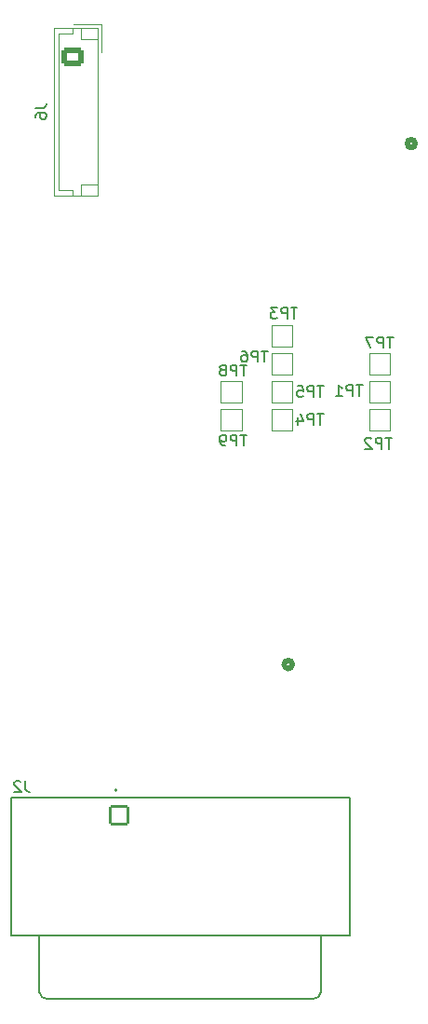
<source format=gbo>
%TF.GenerationSoftware,KiCad,Pcbnew,8.0.5*%
%TF.CreationDate,2024-11-16T16:01:40-06:00*%
%TF.ProjectId,ControllerPCB,436f6e74-726f-46c6-9c65-725043422e6b,rev?*%
%TF.SameCoordinates,Original*%
%TF.FileFunction,Legend,Bot*%
%TF.FilePolarity,Positive*%
%FSLAX46Y46*%
G04 Gerber Fmt 4.6, Leading zero omitted, Abs format (unit mm)*
G04 Created by KiCad (PCBNEW 8.0.5) date 2024-11-16 16:01:40*
%MOMM*%
%LPD*%
G01*
G04 APERTURE LIST*
G04 Aperture macros list*
%AMRoundRect*
0 Rectangle with rounded corners*
0 $1 Rounding radius*
0 $2 $3 $4 $5 $6 $7 $8 $9 X,Y pos of 4 corners*
0 Add a 4 corners polygon primitive as box body*
4,1,4,$2,$3,$4,$5,$6,$7,$8,$9,$2,$3,0*
0 Add four circle primitives for the rounded corners*
1,1,$1+$1,$2,$3*
1,1,$1+$1,$4,$5*
1,1,$1+$1,$6,$7*
1,1,$1+$1,$8,$9*
0 Add four rect primitives between the rounded corners*
20,1,$1+$1,$2,$3,$4,$5,0*
20,1,$1+$1,$4,$5,$6,$7,0*
20,1,$1+$1,$6,$7,$8,$9,0*
20,1,$1+$1,$8,$9,$2,$3,0*%
G04 Aperture macros list end*
%ADD10C,0.150000*%
%ADD11C,0.120000*%
%ADD12C,0.508000*%
%ADD13C,0.200000*%
%ADD14C,0.127000*%
%ADD15O,1.000000X1.900000*%
%ADD16O,1.050000X1.250000*%
%ADD17R,1.500000X1.500000*%
%ADD18R,1.700000X1.700000*%
%ADD19O,1.700000X1.700000*%
%ADD20C,1.651000*%
%ADD21C,3.200000*%
%ADD22C,0.600000*%
%ADD23C,4.270000*%
%ADD24C,1.779000*%
%ADD25RoundRect,0.102000X0.787500X0.787500X-0.787500X0.787500X-0.787500X-0.787500X0.787500X-0.787500X0*%
%ADD26RoundRect,0.250000X-0.725000X0.600000X-0.725000X-0.600000X0.725000X-0.600000X0.725000X0.600000X0*%
%ADD27O,1.950000X1.700000*%
%ADD28R,2.100000X2.100000*%
%ADD29C,2.100000*%
G04 APERTURE END LIST*
D10*
X70968143Y-87235856D02*
X70396715Y-87235856D01*
X70682429Y-88235856D02*
X70682429Y-87235856D01*
X70063381Y-88235856D02*
X70063381Y-87235856D01*
X70063381Y-87235856D02*
X69682429Y-87235856D01*
X69682429Y-87235856D02*
X69587191Y-87283475D01*
X69587191Y-87283475D02*
X69539572Y-87331094D01*
X69539572Y-87331094D02*
X69491953Y-87426332D01*
X69491953Y-87426332D02*
X69491953Y-87569189D01*
X69491953Y-87569189D02*
X69539572Y-87664427D01*
X69539572Y-87664427D02*
X69587191Y-87712046D01*
X69587191Y-87712046D02*
X69682429Y-87759665D01*
X69682429Y-87759665D02*
X70063381Y-87759665D01*
X69015762Y-88235856D02*
X68825286Y-88235856D01*
X68825286Y-88235856D02*
X68730048Y-88188237D01*
X68730048Y-88188237D02*
X68682429Y-88140617D01*
X68682429Y-88140617D02*
X68587191Y-87997760D01*
X68587191Y-87997760D02*
X68539572Y-87807284D01*
X68539572Y-87807284D02*
X68539572Y-87426332D01*
X68539572Y-87426332D02*
X68587191Y-87331094D01*
X68587191Y-87331094D02*
X68634810Y-87283475D01*
X68634810Y-87283475D02*
X68730048Y-87235856D01*
X68730048Y-87235856D02*
X68920524Y-87235856D01*
X68920524Y-87235856D02*
X69015762Y-87283475D01*
X69015762Y-87283475D02*
X69063381Y-87331094D01*
X69063381Y-87331094D02*
X69111000Y-87426332D01*
X69111000Y-87426332D02*
X69111000Y-87664427D01*
X69111000Y-87664427D02*
X69063381Y-87759665D01*
X69063381Y-87759665D02*
X69015762Y-87807284D01*
X69015762Y-87807284D02*
X68920524Y-87854903D01*
X68920524Y-87854903D02*
X68730048Y-87854903D01*
X68730048Y-87854903D02*
X68634810Y-87807284D01*
X68634810Y-87807284D02*
X68587191Y-87759665D01*
X68587191Y-87759665D02*
X68539572Y-87664427D01*
X70968143Y-80885856D02*
X70396715Y-80885856D01*
X70682429Y-81885856D02*
X70682429Y-80885856D01*
X70063381Y-81885856D02*
X70063381Y-80885856D01*
X70063381Y-80885856D02*
X69682429Y-80885856D01*
X69682429Y-80885856D02*
X69587191Y-80933475D01*
X69587191Y-80933475D02*
X69539572Y-80981094D01*
X69539572Y-80981094D02*
X69491953Y-81076332D01*
X69491953Y-81076332D02*
X69491953Y-81219189D01*
X69491953Y-81219189D02*
X69539572Y-81314427D01*
X69539572Y-81314427D02*
X69587191Y-81362046D01*
X69587191Y-81362046D02*
X69682429Y-81409665D01*
X69682429Y-81409665D02*
X70063381Y-81409665D01*
X68920524Y-81314427D02*
X69015762Y-81266808D01*
X69015762Y-81266808D02*
X69063381Y-81219189D01*
X69063381Y-81219189D02*
X69111000Y-81123951D01*
X69111000Y-81123951D02*
X69111000Y-81076332D01*
X69111000Y-81076332D02*
X69063381Y-80981094D01*
X69063381Y-80981094D02*
X69015762Y-80933475D01*
X69015762Y-80933475D02*
X68920524Y-80885856D01*
X68920524Y-80885856D02*
X68730048Y-80885856D01*
X68730048Y-80885856D02*
X68634810Y-80933475D01*
X68634810Y-80933475D02*
X68587191Y-80981094D01*
X68587191Y-80981094D02*
X68539572Y-81076332D01*
X68539572Y-81076332D02*
X68539572Y-81123951D01*
X68539572Y-81123951D02*
X68587191Y-81219189D01*
X68587191Y-81219189D02*
X68634810Y-81266808D01*
X68634810Y-81266808D02*
X68730048Y-81314427D01*
X68730048Y-81314427D02*
X68920524Y-81314427D01*
X68920524Y-81314427D02*
X69015762Y-81362046D01*
X69015762Y-81362046D02*
X69063381Y-81409665D01*
X69063381Y-81409665D02*
X69111000Y-81504903D01*
X69111000Y-81504903D02*
X69111000Y-81695379D01*
X69111000Y-81695379D02*
X69063381Y-81790617D01*
X69063381Y-81790617D02*
X69015762Y-81838237D01*
X69015762Y-81838237D02*
X68920524Y-81885856D01*
X68920524Y-81885856D02*
X68730048Y-81885856D01*
X68730048Y-81885856D02*
X68634810Y-81838237D01*
X68634810Y-81838237D02*
X68587191Y-81790617D01*
X68587191Y-81790617D02*
X68539572Y-81695379D01*
X68539572Y-81695379D02*
X68539572Y-81504903D01*
X68539572Y-81504903D02*
X68587191Y-81409665D01*
X68587191Y-81409665D02*
X68634810Y-81362046D01*
X68634810Y-81362046D02*
X68730048Y-81314427D01*
X84303143Y-78345856D02*
X83731715Y-78345856D01*
X84017429Y-79345856D02*
X84017429Y-78345856D01*
X83398381Y-79345856D02*
X83398381Y-78345856D01*
X83398381Y-78345856D02*
X83017429Y-78345856D01*
X83017429Y-78345856D02*
X82922191Y-78393475D01*
X82922191Y-78393475D02*
X82874572Y-78441094D01*
X82874572Y-78441094D02*
X82826953Y-78536332D01*
X82826953Y-78536332D02*
X82826953Y-78679189D01*
X82826953Y-78679189D02*
X82874572Y-78774427D01*
X82874572Y-78774427D02*
X82922191Y-78822046D01*
X82922191Y-78822046D02*
X83017429Y-78869665D01*
X83017429Y-78869665D02*
X83398381Y-78869665D01*
X82493619Y-78345856D02*
X81826953Y-78345856D01*
X81826953Y-78345856D02*
X82255524Y-79345856D01*
X72873143Y-79615856D02*
X72301715Y-79615856D01*
X72587429Y-80615856D02*
X72587429Y-79615856D01*
X71968381Y-80615856D02*
X71968381Y-79615856D01*
X71968381Y-79615856D02*
X71587429Y-79615856D01*
X71587429Y-79615856D02*
X71492191Y-79663475D01*
X71492191Y-79663475D02*
X71444572Y-79711094D01*
X71444572Y-79711094D02*
X71396953Y-79806332D01*
X71396953Y-79806332D02*
X71396953Y-79949189D01*
X71396953Y-79949189D02*
X71444572Y-80044427D01*
X71444572Y-80044427D02*
X71492191Y-80092046D01*
X71492191Y-80092046D02*
X71587429Y-80139665D01*
X71587429Y-80139665D02*
X71968381Y-80139665D01*
X70539810Y-79615856D02*
X70730286Y-79615856D01*
X70730286Y-79615856D02*
X70825524Y-79663475D01*
X70825524Y-79663475D02*
X70873143Y-79711094D01*
X70873143Y-79711094D02*
X70968381Y-79853951D01*
X70968381Y-79853951D02*
X71016000Y-80044427D01*
X71016000Y-80044427D02*
X71016000Y-80425379D01*
X71016000Y-80425379D02*
X70968381Y-80520617D01*
X70968381Y-80520617D02*
X70920762Y-80568237D01*
X70920762Y-80568237D02*
X70825524Y-80615856D01*
X70825524Y-80615856D02*
X70635048Y-80615856D01*
X70635048Y-80615856D02*
X70539810Y-80568237D01*
X70539810Y-80568237D02*
X70492191Y-80520617D01*
X70492191Y-80520617D02*
X70444572Y-80425379D01*
X70444572Y-80425379D02*
X70444572Y-80187284D01*
X70444572Y-80187284D02*
X70492191Y-80092046D01*
X70492191Y-80092046D02*
X70539810Y-80044427D01*
X70539810Y-80044427D02*
X70635048Y-79996808D01*
X70635048Y-79996808D02*
X70825524Y-79996808D01*
X70825524Y-79996808D02*
X70920762Y-80044427D01*
X70920762Y-80044427D02*
X70968381Y-80092046D01*
X70968381Y-80092046D02*
X71016000Y-80187284D01*
X77953143Y-82790856D02*
X77381715Y-82790856D01*
X77667429Y-83790856D02*
X77667429Y-82790856D01*
X77048381Y-83790856D02*
X77048381Y-82790856D01*
X77048381Y-82790856D02*
X76667429Y-82790856D01*
X76667429Y-82790856D02*
X76572191Y-82838475D01*
X76572191Y-82838475D02*
X76524572Y-82886094D01*
X76524572Y-82886094D02*
X76476953Y-82981332D01*
X76476953Y-82981332D02*
X76476953Y-83124189D01*
X76476953Y-83124189D02*
X76524572Y-83219427D01*
X76524572Y-83219427D02*
X76572191Y-83267046D01*
X76572191Y-83267046D02*
X76667429Y-83314665D01*
X76667429Y-83314665D02*
X77048381Y-83314665D01*
X75572191Y-82790856D02*
X76048381Y-82790856D01*
X76048381Y-82790856D02*
X76096000Y-83267046D01*
X76096000Y-83267046D02*
X76048381Y-83219427D01*
X76048381Y-83219427D02*
X75953143Y-83171808D01*
X75953143Y-83171808D02*
X75715048Y-83171808D01*
X75715048Y-83171808D02*
X75619810Y-83219427D01*
X75619810Y-83219427D02*
X75572191Y-83267046D01*
X75572191Y-83267046D02*
X75524572Y-83362284D01*
X75524572Y-83362284D02*
X75524572Y-83600379D01*
X75524572Y-83600379D02*
X75572191Y-83695617D01*
X75572191Y-83695617D02*
X75619810Y-83743237D01*
X75619810Y-83743237D02*
X75715048Y-83790856D01*
X75715048Y-83790856D02*
X75953143Y-83790856D01*
X75953143Y-83790856D02*
X76048381Y-83743237D01*
X76048381Y-83743237D02*
X76096000Y-83695617D01*
X77953143Y-85330856D02*
X77381715Y-85330856D01*
X77667429Y-86330856D02*
X77667429Y-85330856D01*
X77048381Y-86330856D02*
X77048381Y-85330856D01*
X77048381Y-85330856D02*
X76667429Y-85330856D01*
X76667429Y-85330856D02*
X76572191Y-85378475D01*
X76572191Y-85378475D02*
X76524572Y-85426094D01*
X76524572Y-85426094D02*
X76476953Y-85521332D01*
X76476953Y-85521332D02*
X76476953Y-85664189D01*
X76476953Y-85664189D02*
X76524572Y-85759427D01*
X76524572Y-85759427D02*
X76572191Y-85807046D01*
X76572191Y-85807046D02*
X76667429Y-85854665D01*
X76667429Y-85854665D02*
X77048381Y-85854665D01*
X75619810Y-85664189D02*
X75619810Y-86330856D01*
X75857905Y-85283237D02*
X76096000Y-85997522D01*
X76096000Y-85997522D02*
X75476953Y-85997522D01*
X84159499Y-87495133D02*
X83588071Y-87495133D01*
X83873785Y-88495133D02*
X83873785Y-87495133D01*
X83254737Y-88495133D02*
X83254737Y-87495133D01*
X83254737Y-87495133D02*
X82873785Y-87495133D01*
X82873785Y-87495133D02*
X82778547Y-87542752D01*
X82778547Y-87542752D02*
X82730928Y-87590371D01*
X82730928Y-87590371D02*
X82683309Y-87685609D01*
X82683309Y-87685609D02*
X82683309Y-87828466D01*
X82683309Y-87828466D02*
X82730928Y-87923704D01*
X82730928Y-87923704D02*
X82778547Y-87971323D01*
X82778547Y-87971323D02*
X82873785Y-88018942D01*
X82873785Y-88018942D02*
X83254737Y-88018942D01*
X82302356Y-87590371D02*
X82254737Y-87542752D01*
X82254737Y-87542752D02*
X82159499Y-87495133D01*
X82159499Y-87495133D02*
X81921404Y-87495133D01*
X81921404Y-87495133D02*
X81826166Y-87542752D01*
X81826166Y-87542752D02*
X81778547Y-87590371D01*
X81778547Y-87590371D02*
X81730928Y-87685609D01*
X81730928Y-87685609D02*
X81730928Y-87780847D01*
X81730928Y-87780847D02*
X81778547Y-87923704D01*
X81778547Y-87923704D02*
X82349975Y-88495133D01*
X82349975Y-88495133D02*
X81730928Y-88495133D01*
X81502426Y-82706562D02*
X80930998Y-82706562D01*
X81216712Y-83706562D02*
X81216712Y-82706562D01*
X80597664Y-83706562D02*
X80597664Y-82706562D01*
X80597664Y-82706562D02*
X80216712Y-82706562D01*
X80216712Y-82706562D02*
X80121474Y-82754181D01*
X80121474Y-82754181D02*
X80073855Y-82801800D01*
X80073855Y-82801800D02*
X80026236Y-82897038D01*
X80026236Y-82897038D02*
X80026236Y-83039895D01*
X80026236Y-83039895D02*
X80073855Y-83135133D01*
X80073855Y-83135133D02*
X80121474Y-83182752D01*
X80121474Y-83182752D02*
X80216712Y-83230371D01*
X80216712Y-83230371D02*
X80597664Y-83230371D01*
X79073855Y-83706562D02*
X79645283Y-83706562D01*
X79359569Y-83706562D02*
X79359569Y-82706562D01*
X79359569Y-82706562D02*
X79454807Y-82849419D01*
X79454807Y-82849419D02*
X79550045Y-82944657D01*
X79550045Y-82944657D02*
X79645283Y-82992276D01*
X50819572Y-118685856D02*
X50819572Y-119400141D01*
X50819572Y-119400141D02*
X50867191Y-119542998D01*
X50867191Y-119542998D02*
X50962429Y-119638237D01*
X50962429Y-119638237D02*
X51105286Y-119685856D01*
X51105286Y-119685856D02*
X51200524Y-119685856D01*
X50391000Y-118781094D02*
X50343381Y-118733475D01*
X50343381Y-118733475D02*
X50248143Y-118685856D01*
X50248143Y-118685856D02*
X50010048Y-118685856D01*
X50010048Y-118685856D02*
X49914810Y-118733475D01*
X49914810Y-118733475D02*
X49867191Y-118781094D01*
X49867191Y-118781094D02*
X49819572Y-118876332D01*
X49819572Y-118876332D02*
X49819572Y-118971570D01*
X49819572Y-118971570D02*
X49867191Y-119114427D01*
X49867191Y-119114427D02*
X50438619Y-119685856D01*
X50438619Y-119685856D02*
X49819572Y-119685856D01*
X51756058Y-57522703D02*
X52470343Y-57522703D01*
X52470343Y-57522703D02*
X52613200Y-57475084D01*
X52613200Y-57475084D02*
X52708439Y-57379846D01*
X52708439Y-57379846D02*
X52756058Y-57236989D01*
X52756058Y-57236989D02*
X52756058Y-57141751D01*
X51756058Y-58427465D02*
X51756058Y-58236989D01*
X51756058Y-58236989D02*
X51803677Y-58141751D01*
X51803677Y-58141751D02*
X51851296Y-58094132D01*
X51851296Y-58094132D02*
X51994153Y-57998894D01*
X51994153Y-57998894D02*
X52184629Y-57951275D01*
X52184629Y-57951275D02*
X52565581Y-57951275D01*
X52565581Y-57951275D02*
X52660819Y-57998894D01*
X52660819Y-57998894D02*
X52708439Y-58046513D01*
X52708439Y-58046513D02*
X52756058Y-58141751D01*
X52756058Y-58141751D02*
X52756058Y-58332227D01*
X52756058Y-58332227D02*
X52708439Y-58427465D01*
X52708439Y-58427465D02*
X52660819Y-58475084D01*
X52660819Y-58475084D02*
X52565581Y-58522703D01*
X52565581Y-58522703D02*
X52327486Y-58522703D01*
X52327486Y-58522703D02*
X52232248Y-58475084D01*
X52232248Y-58475084D02*
X52184629Y-58427465D01*
X52184629Y-58427465D02*
X52137010Y-58332227D01*
X52137010Y-58332227D02*
X52137010Y-58141751D01*
X52137010Y-58141751D02*
X52184629Y-58046513D01*
X52184629Y-58046513D02*
X52232248Y-57998894D01*
X52232248Y-57998894D02*
X52327486Y-57951275D01*
X75567181Y-75681585D02*
X74995753Y-75681585D01*
X75281467Y-76681585D02*
X75281467Y-75681585D01*
X74662419Y-76681585D02*
X74662419Y-75681585D01*
X74662419Y-75681585D02*
X74281467Y-75681585D01*
X74281467Y-75681585D02*
X74186229Y-75729204D01*
X74186229Y-75729204D02*
X74138610Y-75776823D01*
X74138610Y-75776823D02*
X74090991Y-75872061D01*
X74090991Y-75872061D02*
X74090991Y-76014918D01*
X74090991Y-76014918D02*
X74138610Y-76110156D01*
X74138610Y-76110156D02*
X74186229Y-76157775D01*
X74186229Y-76157775D02*
X74281467Y-76205394D01*
X74281467Y-76205394D02*
X74662419Y-76205394D01*
X73757657Y-75681585D02*
X73138610Y-75681585D01*
X73138610Y-75681585D02*
X73471943Y-76062537D01*
X73471943Y-76062537D02*
X73329086Y-76062537D01*
X73329086Y-76062537D02*
X73233848Y-76110156D01*
X73233848Y-76110156D02*
X73186229Y-76157775D01*
X73186229Y-76157775D02*
X73138610Y-76253013D01*
X73138610Y-76253013D02*
X73138610Y-76491108D01*
X73138610Y-76491108D02*
X73186229Y-76586346D01*
X73186229Y-76586346D02*
X73233848Y-76633966D01*
X73233848Y-76633966D02*
X73329086Y-76681585D01*
X73329086Y-76681585D02*
X73614800Y-76681585D01*
X73614800Y-76681585D02*
X73710038Y-76633966D01*
X73710038Y-76633966D02*
X73757657Y-76586346D01*
D11*
X70501239Y-84926037D02*
X70501239Y-86826037D01*
X70501239Y-86826037D02*
X68601239Y-86826037D01*
X68601239Y-84926037D02*
X70501239Y-84926037D01*
X68601239Y-86826037D02*
X68601239Y-84926037D01*
X70501239Y-82386037D02*
X70501239Y-84286037D01*
X70501239Y-84286037D02*
X68601239Y-84286037D01*
X68601239Y-82386037D02*
X70501239Y-82386037D01*
X68601239Y-84286037D02*
X68601239Y-82386037D01*
X83991239Y-79846037D02*
X83991239Y-81746037D01*
X83991239Y-81746037D02*
X82091239Y-81746037D01*
X82091239Y-79846037D02*
X83991239Y-79846037D01*
X82091239Y-81746037D02*
X82091239Y-79846037D01*
X73201239Y-81746037D02*
X73201239Y-79846037D01*
X73201239Y-79846037D02*
X75101239Y-79846037D01*
X75101239Y-81746037D02*
X73201239Y-81746037D01*
X75101239Y-79846037D02*
X75101239Y-81746037D01*
X75101239Y-82386037D02*
X75101239Y-84286037D01*
X75101239Y-84286037D02*
X73201239Y-84286037D01*
X73201239Y-82386037D02*
X75101239Y-82386037D01*
X73201239Y-84286037D02*
X73201239Y-82386037D01*
X75101239Y-84926037D02*
X75101239Y-86826037D01*
X75101239Y-86826037D02*
X73201239Y-86826037D01*
X73201239Y-84926037D02*
X75101239Y-84926037D01*
X73201239Y-86826037D02*
X73201239Y-84926037D01*
X82091239Y-86826037D02*
X82091239Y-84926037D01*
X82091239Y-84926037D02*
X83991239Y-84926037D01*
X83991239Y-86826037D02*
X82091239Y-86826037D01*
X83991239Y-84926037D02*
X83991239Y-86826037D01*
D12*
X86321339Y-60773237D02*
G75*
G02*
X85559339Y-60773237I-381000J0D01*
G01*
X85559339Y-60773237D02*
G75*
G02*
X86321339Y-60773237I381000J0D01*
G01*
D11*
X82091239Y-84286037D02*
X82091239Y-82386037D01*
X82091239Y-82386037D02*
X83991239Y-82386037D01*
X83991239Y-84286037D02*
X82091239Y-84286037D01*
X83991239Y-82386037D02*
X83991239Y-84286037D01*
D12*
X75131339Y-108101037D02*
G75*
G02*
X74369339Y-108101037I-381000J0D01*
G01*
X74369339Y-108101037D02*
G75*
G02*
X75131339Y-108101037I381000J0D01*
G01*
D13*
X59176239Y-119521037D02*
G75*
G02*
X58976239Y-119521037I-100000J0D01*
G01*
X58976239Y-119521037D02*
G75*
G02*
X59176239Y-119521037I100000J0D01*
G01*
D14*
X52816239Y-138491037D02*
G75*
G02*
X52116239Y-137871037I-40000J660000D01*
G01*
X77716239Y-137871037D02*
G75*
G02*
X77016239Y-138491037I-660000J40000D01*
G01*
X49511239Y-120191037D02*
X49511239Y-132691037D01*
X80321239Y-120191037D02*
X49511239Y-120191037D01*
X52116239Y-132771037D02*
X52116239Y-137871037D01*
X52816239Y-138491037D02*
X77016239Y-138491037D01*
X77716239Y-137871037D02*
X77716239Y-132771037D01*
X49511239Y-132691037D02*
X80321239Y-132691037D01*
X80321239Y-132691037D02*
X80321239Y-120191037D01*
D11*
X57711239Y-49946037D02*
X55211239Y-49946037D01*
X57711239Y-52446037D02*
X57711239Y-49946037D01*
X57411239Y-50246037D02*
X53391239Y-50246037D01*
X55101239Y-50746037D02*
X55101239Y-50246037D01*
X55911239Y-51246037D02*
X55911239Y-50246037D01*
X57411239Y-65466037D02*
X57411239Y-50246037D01*
X53891239Y-64966037D02*
X53891239Y-50746037D01*
X53891239Y-50746037D02*
X55101239Y-50746037D01*
X57411239Y-51246037D02*
X55911239Y-51246037D01*
X57411239Y-64466037D02*
X55911239Y-64466037D01*
X55101239Y-64966037D02*
X53891239Y-64966037D01*
X55101239Y-65466037D02*
X55101239Y-64966037D01*
X53391239Y-50246037D02*
X53391239Y-65466037D01*
X55911239Y-64466037D02*
X55911239Y-65466037D01*
X53391239Y-65466037D02*
X57411239Y-65466037D01*
X75101239Y-77306037D02*
X75101239Y-79206037D01*
X75101239Y-79206037D02*
X73201239Y-79206037D01*
X73201239Y-77306037D02*
X75101239Y-77306037D01*
X73201239Y-79206037D02*
X73201239Y-77306037D01*
%LPC*%
D15*
X36226643Y-129842442D03*
D16*
X38176643Y-126842442D03*
X42626643Y-126842442D03*
D15*
X44576643Y-129842442D03*
D17*
X69551239Y-85876037D03*
X69551239Y-83336037D03*
X83041239Y-80796037D03*
X74151239Y-80796037D03*
X74151239Y-83336037D03*
X74151239Y-85876037D03*
X83041239Y-85876037D03*
D18*
X31626239Y-68711037D03*
D19*
X31626239Y-71251037D03*
X34166239Y-68711037D03*
X34166239Y-71251037D03*
D20*
X81531239Y-60773237D03*
X79031239Y-60773237D03*
X76531239Y-60773237D03*
X74031239Y-60773237D03*
X71531239Y-60773237D03*
X69031239Y-60773237D03*
X66531239Y-60773237D03*
X64031239Y-60773237D03*
X61531239Y-60773237D03*
X59031239Y-60773237D03*
D17*
X83041239Y-83336037D03*
D20*
X70341239Y-108101037D03*
X67841239Y-108101037D03*
X65341239Y-108101037D03*
X62841239Y-108101037D03*
X60341239Y-108101037D03*
X57841239Y-108101037D03*
X55341239Y-108101037D03*
X52841239Y-108101037D03*
X50341239Y-108101037D03*
X47841239Y-108101037D03*
D21*
X32241239Y-50316037D03*
D22*
X79245239Y-78037637D03*
X77745239Y-78037637D03*
X79995239Y-78787637D03*
X78495239Y-78787637D03*
X76995239Y-78787637D03*
X79245239Y-79537637D03*
X77745239Y-79537637D03*
X79995239Y-80287637D03*
X78495239Y-80287637D03*
X76995239Y-80287637D03*
X79245239Y-81037637D03*
X77745239Y-81037637D03*
D23*
X52421239Y-123191037D03*
X77411239Y-123191037D03*
D24*
X69071239Y-124611037D03*
X66301239Y-124611037D03*
X63531239Y-124611037D03*
X60761239Y-124611037D03*
X70456239Y-121771037D03*
X67686239Y-121771037D03*
X64916239Y-121771037D03*
X62146239Y-121771037D03*
D25*
X59376239Y-121771037D03*
D21*
X81241239Y-108316037D03*
D26*
X55101239Y-52856037D03*
D27*
X55101239Y-55356037D03*
X55101239Y-57856037D03*
X55101239Y-60356037D03*
X55101239Y-62856037D03*
D17*
X74151239Y-78256037D03*
D28*
X60181239Y-51586037D03*
D29*
X62721239Y-51586037D03*
D21*
X81241239Y-50316037D03*
X32241239Y-108316037D03*
%LPD*%
M02*

</source>
